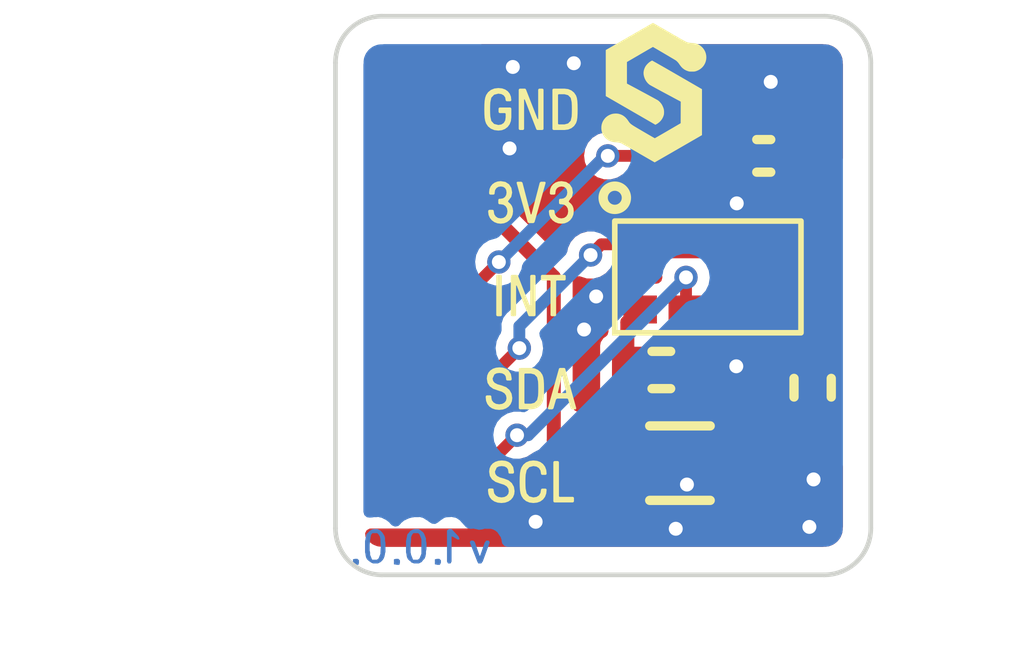
<source format=kicad_pcb>
(kicad_pcb (version 20211014) (generator pcbnew)
  (layers (0 "F.Cu" signal) (31 "B.Cu" signal) (34 "B.Paste" user) (35 "F.Paste" user) (36 "B.SilkS" user "B.Silkscreen") (37 "F.SilkS" user "F.Silkscreen") (38 "B.Mask" user) (39 "F.Mask" user) (44 "Edge.Cuts" user))
  (net 0 "")
  (net 1 "GND")
  (net 2 "3V3_A")
  (net 3 "INT_APDS")
  (net 4 "I2C_SDA")
  (net 5 "Net-(U1-Pad3)")
  (net 6 "I2C_SCL")
  (footprint "e-radionica.com footprinti:0603R" (layer "F.Cu") (at 143.2 93)
    (fp_text reference "R1")
    (fp_text value "10k")
    (fp_line (start -0.15 -0.35) (end 0.15 -0.35) (layer "F.SilkS") (width 0.2))
    (fp_line (start -0.15 0.35) (end 0.15 0.35) (layer "F.SilkS") (width 0.2))
    (pad "1" smd rect locked (at -0.775 0 90) (size 1 0.64) (layers "F.Cu" "F.Paste" "F.Mask") (net 3 "INT_APDS"))
    (pad "2" smd rect locked (at 0.775 0 90) (size 1 0.64) (layers "F.Cu" "F.Paste" "F.Mask") (net 2 "3V3_A"))
  )
  (footprint "Soldered Graphics:Logo-Front-Soldered-3mm" (layer "F.Cu") (at 140.84 91.64)
    (fp_text reference "G***" hide)
    (fp_text value "LOGO" hide)
    (fp_poly (pts (xy -0.034435 -0.685996) (xy -0.025373 -0.681212) (xy -0.011031 -0.67336) (xy 0.008295 -0.662609) (xy 0.032309 -0.649127) (xy 0.060716 -0.633083) (xy 0.093218 -0.614645) (xy 0.129522 -0.593982) (xy 0.169329 -0.571263) (xy 0.212346 -0.546656) (xy 0.258275 -0.520329) (xy 0.30682 -0.492452) (xy 0.357686 -0.463193) (xy 0.410578 -0.432721) (xy 0.465197 -0.401204) (xy 0.500601 -0.380749) (xy 1.033444 -0.072751) (xy 1.033444 0.914461) (xy 0.526055 1.20724) (xy 0.471889 1.238489) (xy 0.419312 1.268811) (xy 0.368624 1.298032) (xy 0.320126 1.325979) (xy 0.274118 1.352479) (xy 0.230903 1.37736) (xy 0.190779 1.400448) (xy 0.154049 1.421571) (xy 0.121013 1.440555) (xy 0.091972 1.457227) (xy 0.067226 1.471415) (xy 0.047077 1.482945) (xy 0.031825 1.491645) (xy 0.021771 1.497342) (xy 0.017216 1.499862) (xy 0.016969 1.499975) (xy 0.01387 1.498306) (xy 0.005259 1.493447) (xy -0.008502 1.485608) (xy -0.027049 1.474998) (xy -0.050019 1.461826) (xy -0.077047 1.446301) (xy -0.107772 1.428631) (xy -0.14183 1.409026) (xy -0.178856 1.387694) (xy -0.218488 1.364845) (xy -0.260363 1.340688) (xy -0.304117 1.31543) (xy -0.333512 1.298453) (xy -0.379085 1.272168) (xy -0.423269 1.246763) (xy -0.465675 1.222457) (xy -0.505914 1.199471) (xy -0.543598 1.178023) (xy -0.578338 1.158334) (xy -0.609746 1.140621) (xy -0.637434 1.125105) (xy -0.661012 1.112005) (xy -0.680093 1.101541) (xy -0.694288 1.093931) (xy -0.703208 1.089395) (xy -0.705668 1.088311) (xy -0.729712 1.080753) (xy -0.756191 1.074666) (xy -0.782298 1.070593) (xy -0.805224 1.069072) (xy -0.80558 1.069072) (xy -0.854243 1.06599) (xy -0.900229 1.056927) (xy -0.943201 1.042084) (xy -0.982821 1.021663) (xy -1.01875 0.995866) (xy -1.050652 0.964894) (xy -1.078187 0.928951) (xy -1.098078 0.894295) (xy -1.112295 0.861475) (xy -1.121895 0.828697) (xy -1.127465 0.793621) (xy -1.129119 0.770417) (xy -1.127852 0.72552) (xy -1.120267 0.682232) (xy -1.106748 0.641063) (xy -1.087676 0.602524) (xy -1.063434 0.567127) (xy -1.034403 0.535383) (xy -1.000965 0.507804) (xy -0.963503 0.484899) (xy -0.922397 0.467182) (xy -0.896712 0.459399) (xy -0.867577 0.453823) (xy -0.835382 0.450934) (xy -0.802729 0.450794) (xy -0.77222 0.453467) (xy -0.757716 0.456065) (xy -0.714895 0.468474) (xy -0.675489 0.486242) (xy -0.639149 0.509623) (xy -0.605527 0.538868) (xy -0.574274 0.574229) (xy -0.552446 0.604512) (xy -0.544311 0.616707) (xy -0.536818 0.627646) (xy -0.529559 0.637622) (xy -0.522126 0.646927) (xy -0.514113 0.655856) (xy -0.505111 0.664703) (xy -0.494713 0.673759) (xy -0.482512 0.683319) (xy -0.468099 0.693677) (xy -0.451068 0.705124) (xy -0.431011 0.717956) (xy -0.40752 0.732465) (xy -0.380188 0.748944) (xy -0.348607 0.767687) (xy -0.312369 0.788988) (xy -0.271068 0.813139) (xy -0.226507 0.839144) (xy -0.189266 0.860851) (xy -0.153696 0.881544) (xy -0.120235 0.900971) (xy -0.08932 0.918879) (xy -0.061389 0.935016) (xy -0.03688 0.949129) (xy -0.016232 0.960966) (xy 0.000119 0.970276) (xy 0.011734 0.976805) (xy 0.018176 0.980301) (xy 0.019362 0.98084) (xy 0.022665 0.979167) (xy 0.03142 0.974308) (xy 0.045216 0.966499) (xy 0.063644 0.955975) (xy 0.086294 0.942973) (xy 0.112757 0.927729) (xy 0.142621 0.910479) (xy 0.175478 0.891459) (xy 0.210917 0.870907) (xy 0.248529 0.849057) (xy 0.287903 0.826146) (xy 0.298819 0.819788) (xy 0.575267 0.658737) (xy 0.576033 0.426944) (xy 0.5768 0.19515) (xy 0.250461 0.020364) (xy 0.206328 -0.00331) (xy 0.163599 -0.026304) (xy 0.122688 -0.048389) (xy 0.08401 -0.069339) (xy 0.04798 -0.088927) (xy 0.015015 -0.106924) (xy -0.014471 -0.123104) (xy -0.040062 -0.13724) (xy -0.061344 -0.149104) (xy -0.0779 -0.158469) (xy -0.089316 -0.165107) (xy -0.095177 -0.168792) (xy -0.095309 -0.168889) (xy -0.127706 -0.197122) (xy -0.156237 -0.230364) (xy -0.180398 -0.267725) (xy -0.199682 -0.308316) (xy -0.213584 -0.351247) (xy -0.220898 -0.389748) (xy -0.22249 -0.428331) (xy -0.217655 -0.467881) (xy -0.206546 -0.507701) (xy -0.189317 -0.547092) (xy -0.184185 -0.55659) (xy -0.16894 -0.579729) (xy -0.149084 -0.603884) (xy -0.12625 -0.627406) (xy -0.102072 -0.648649) (xy -0.078184 -0.665965) (xy -0.07186 -0.669834) (xy -0.059021 -0.677122) (xy -0.047918 -0.683041) (xy -0.040157 -0.686753) (xy -0.037921 -0.687544)) (layer "F.SilkS") (width 0) (fill solid))
    (fp_poly (pts (xy -0.016313 -1.495047) (xy -0.007495 -1.490192) (xy 0.006462 -1.482357) (xy 0.025192 -1.471752) (xy 0.048326 -1.458588) (xy 0.075498 -1.443075) (xy 0.106339 -1.425423) (xy 0.140482 -1.405842) (xy 0.177559 -1.384543) (xy 0.217203 -1.361736) (xy 0.259047 -1.337632) (xy 0.302723 -1.312439) (xy 0.32869 -1.297447) (xy 0.373617 -1.271526) (xy 0.417169 -1.246454) (xy 0.458955 -1.222454) (xy 0.498585 -1.199746) (xy 0.535668 -1.178553) (xy 0.569813 -1.159096) (xy 0.600631 -1.141598) (xy 0.62773 -1.126281) (xy 0.650721 -1.113366) (xy 0.669212 -1.103076) (xy 0.682813 -1.095632) (xy 0.691134 -1.091257) (xy 0.693232 -1.090273) (xy 0.720068 -1.080801) (xy 0.748242 -1.073808) (xy 0.779509 -1.068945) (xy 0.815628 -1.06586) (xy 0.816234 -1.065825) (xy 0.857683 -1.062019) (xy 0.894062 -1.055514) (xy 0.926689 -1.045903) (xy 0.956884 -1.03278) (xy 0.985966 -1.015736) (xy 0.992171 -1.011541) (xy 1.027695 -0.983098) (xy 1.057955 -0.950883) (xy 1.082862 -0.915499) (xy 1.102327 -0.877547) (xy 1.116258 -0.837631) (xy 1.124566 -0.796353) (xy 1.12716 -0.754315) (xy 1.123952 -0.712121) (xy 1.11485 -0.670372) (xy 1.099764 -0.629671) (xy 1.078606 -0.590621) (xy 1.059148 -0.563346) (xy 1.029621 -0.531506) (xy 0.995194 -0.503751) (xy 0.95681 -0.480716) (xy 0.91541 -0.463034) (xy 0.904308 -0.459403) (xy 0.892001 -0.455803) (xy 0.881283 -0.453259) (xy 0.870501 -0.451586) (xy 0.858002 -0.450598) (xy 0.842132 -0.450112) (xy 0.821238 -0.449943) (xy 0.819628 -0.449938) (xy 0.797615 -0.450014) (xy 0.780777 -0.450475) (xy 0.767507 -0.451469) (xy 0.756195 -0.453146) (xy 0.745233 -0.455653) (xy 0.738892 -0.457405) (xy 0.695719 -0.47289) (xy 0.656636 -0.493436) (xy 0.621231 -0.519354) (xy 0.589088 -0.550956) (xy 0.559793 -0.588555) (xy 0.554735 -0.596068) (xy 0.531009 -0.629612) (xy 0.50792 -0.657101) (xy 0.484907 -0.679162) (xy 0.470295 -0.690484) (xy 0.465389 -0.693605) (xy 0.455169 -0.699829) (xy 0.440181 -0.708836) (xy 0.420971 -0.720305) (xy 0.398085 -0.733912) (xy 0.372069 -0.749339) (xy 0.343469 -0.766262) (xy 0.312831 -0.784361) (xy 0.2807 -0.803315) (xy 0.247624 -0.822801) (xy 0.214148 -0.8425) (xy 0.180818 -0.862088) (xy 0.14818 -0.881245) (xy 0.11678 -0.89965) (xy 0.087165 -0.916981) (xy 0.059879 -0.932917) (xy 0.03547 -0.947136) (xy 0.014484 -0.959317) (xy -0.002535 -0.969139) (xy -0.015039 -0.97628) (xy -0.02044 -0.979306) (xy -0.023562 -0.977776) (xy -0.032137 -0.973054) (xy -0.045762 -0.965375) (xy -0.064028 -0.954973) (xy -0.086532 -0.942081) (xy -0.112865 -0.926933) (xy -0.142623 -0.909763) (xy -0.175399 -0.890803) (xy -0.210788 -0.870289) (xy -0.248383 -0.848454) (xy -0.287778 -0.825531) (xy -0.300438 -0.818155) (xy -0.578662 -0.656026) (xy -0.578662 -0.193189) (xy -0.25624 -0.020102) (xy -0.212413 0.003447) (xy -0.169997 0.026277) (xy -0.129411 0.048162) (xy -0.091069 0.068875) (xy -0.055389 0.088191) (xy -0.022787 0.105883) (xy 0.006322 0.121725) (xy 0.031521 0.135491) (xy 0.052393 0.146954) (xy 0.068523 0.155889) (xy 0.079494 0.16207) (xy 0.084847 0.165241) (xy 0.102494 0.178691) (xy 0.121598 0.196401) (xy 0.140468 0.216616) (xy 0.157412 0.237583) (xy 0.164943 0.248265) (xy 0.179904 0.273694) (xy 0.193934 0.302918) (xy 0.205704 0.332953) (xy 0.212366 0.354664) (xy 0.216032 0.374338) (xy 0.21817 0.398081) (xy 0.218778 0.423651) (xy 0.217855 0.448807) (xy 0.215398 0.471307) (xy 0.212482 0.485329) (xy 0.197494 0.52732) (xy 0.176539 0.566763) (xy 0.150181 0.602953) (xy 0.118986 0.635187) (xy 0.083518 0.66276) (xy 0.057696 0.678249) (xy 0.032242 0.691858) (xy -0.500602 0.384109) (xy -1.033445 0.07636) (xy -1.033445 -0.913775) (xy -0.528192 -1.205244) (xy -0.474116 -1.236428) (xy -0.421613 -1.266684) (xy -0.370984 -1.295838) (xy -0.322533 -1.323718) (xy -0.276562 -1.350149) (xy -0.233374 -1.374958) (xy -0.193271 -1.397971) (xy -0.156556 -1.419016) (xy -0.123533 -1.437918) (xy -0.094503 -1.454505) (xy -0.069769 -1.468602) (xy -0.049635 -1.480036) (xy -0.034402 -1.488634) (xy -0.024373 -1.494223) (xy -0.019851 -1.496628) (xy -0.019624 -1.496713)) (layer "F.SilkS") (width 0) (fill solid))
  )
  (footprint "kibuzzard-6322F457" (layer "F.Cu") (at 138.2 96)
    (fp_text reference "kibuzzard-6322F457" hide)
    (fp_text value "G***" hide)
    (fp_poly (pts (xy 0.445135 0.4445) (xy 0.427355 0.43688) (xy 0.419735 0.4191) (xy 0.419735 -0.31115) (xy 0.407035 -0.32385) (xy 0.238125 -0.32385) (xy 0.220345 -0.33147) (xy 0.212725 -0.34925) (xy 0.212725 -0.4191) (xy 0.220345 -0.43688) (xy 0.238125 -0.4445) (xy 0.720725 -0.4445) (xy 0.738505 -0.43688) (xy 0.746125 -0.4191) (xy 0.746125 -0.34925) (xy 0.738505 -0.33147) (xy 0.720725 -0.32385) (xy 0.553085 -0.32385) (xy 0.540385 -0.31115) (xy 0.540385 0.4191) (xy 0.532765 0.43688) (xy 0.514985 0.4445) (xy 0.445135 0.4445)) (layer "F.SilkS") (width 0) (fill solid))
    (fp_poly (pts (xy -0.720725 0.4445) (xy -0.738505 0.43688) (xy -0.746125 0.4191) (xy -0.746125 -0.4191) (xy -0.738505 -0.43688) (xy -0.720725 -0.4445) (xy -0.650875 -0.4445) (xy -0.633095 -0.43688) (xy -0.625475 -0.4191) (xy -0.625475 0.4191) (xy -0.633095 0.43688) (xy -0.650875 0.4445) (xy -0.720725 0.4445)) (layer "F.SilkS") (width 0) (fill solid))
    (fp_poly (pts (xy -0.033655 0.19939) (xy -0.023495 0.21209) (xy -0.017145 0.2032) (xy -0.017145 -0.4191) (xy -0.009525 -0.43688) (xy 0.008255 -0.4445) (xy 0.073025 -0.4445) (xy 0.090805 -0.43688) (xy 0.098425 -0.4191) (xy 0.098425 0.4191) (xy 0.090805 0.43688) (xy 0.073025 0.4445) (xy -0.032385 0.4445) (xy -0.04826 0.440055) (xy -0.059055 0.42291) (xy -0.302895 -0.20447) (xy -0.313055 -0.21717) (xy -0.319405 -0.20828) (xy -0.319405 0.4191) (xy -0.327025 0.43688) (xy -0.344805 0.4445) (xy -0.409575 0.4445) (xy -0.427355 0.43688) (xy -0.434975 0.4191) (xy -0.434975 -0.4191) (xy -0.427355 -0.43688) (xy -0.409575 -0.4445) (xy -0.304165 -0.4445) (xy -0.28829 -0.440055) (xy -0.277495 -0.42291) (xy -0.033655 0.19939)) (layer "F.SilkS") (width 0) (fill solid))
  )
  (footprint "e-radionica.com footprinti:0603C" (layer "F.Cu") (at 141 97.6 180)
    (fp_text reference "C2")
    (fp_text value "100n")
    (fp_line (start -0.2 0.4) (end 0.2 0.4) (layer "F.SilkS") (width 0.2))
    (fp_line (start -0.2 -0.4) (end 0.2 -0.4) (layer "F.SilkS") (width 0.2))
    (pad "1" smd rect locked (at -0.73 0 180) (size 0.66 1) (layers "F.Cu" "F.Paste" "F.Mask") (net 1 "GND"))
    (pad "2" smd rect locked (at 0.73 0 180) (size 0.66 1) (layers "F.Cu" "F.Paste" "F.Mask") (net 2 "3V3_A"))
  )
  (footprint "e-radionica.com footprinti:PAD_2x1.5" (layer "F.Cu") (at 135.8 94)
    (fp_text reference "PAD4")
    (fp_text value "PAD_2x1.5")
    (pad "1" smd rect (at 0 0) (size 2 1.5) (layers "F.Cu" "F.Paste" "F.Mask") (net 2 "3V3_A"))
  )
  (footprint "kibuzzard-6322F444" (layer "F.Cu") (at 138.2 92)
    (fp_text reference "kibuzzard-6322F444" hide)
    (fp_text value "G***" hide)
    (fp_poly (pts (xy 0.137795 0.19939) (xy 0.147955 0.21209) (xy 0.154305 0.2032) (xy 0.154305 -0.4191) (xy 0.161925 -0.43688) (xy 0.179705 -0.4445) (xy 0.244475 -0.4445) (xy 0.262255 -0.43688) (xy 0.269875 -0.4191) (xy 0.269875 0.4191) (xy 0.262255 0.43688) (xy 0.244475 0.4445) (xy 0.139065 0.4445) (xy 0.12319 0.440055) (xy 0.112395 0.42291) (xy -0.131445 -0.20447) (xy -0.141605 -0.21717) (xy -0.147955 -0.20828) (xy -0.147955 0.4191) (xy -0.155575 0.43688) (xy -0.173355 0.4445) (xy -0.238125 0.4445) (xy -0.255905 0.43688) (xy -0.263525 0.4191) (xy -0.263525 -0.4191) (xy -0.255905 -0.43688) (xy -0.238125 -0.4445) (xy -0.132715 -0.4445) (xy -0.11684 -0.440055) (xy -0.106045 -0.42291) (xy 0.137795 0.19939)) (layer "F.SilkS") (width 0) (fill solid))
    (fp_poly (pts (xy 0.485775 0.4445) (xy 0.467995 0.43688) (xy 0.460375 0.4191) (xy 0.460375 -0.4191) (xy 0.467995 -0.43688) (xy 0.485775 -0.4445) (xy 0.720725 -0.4445) (xy 0.799783 -0.434658) (xy 0.869315 -0.40513) (xy 0.926148 -0.358775) (xy 0.967105 -0.29845) (xy 0.985837 -0.245428) (xy 0.996315 -0.18034) (xy 1.001078 -0.099695) (xy 1.002665 0) (xy 1.001078 0.099695) (xy 0.996315 0.18034) (xy 0.985837 0.245428) (xy 0.967105 0.29845) (xy 0.926148 0.358775) (xy 0.869315 0.40513) (xy 0.799783 0.434658) (xy 0.720725 0.4445) (xy 0.720725 0.32385) (xy 0.796925 0.30353) (xy 0.852805 0.24638) (xy 0.87376 0.154305) (xy 0.877094 0.084931) (xy 0.878205 0) (xy 0.877094 -0.084931) (xy 0.87376 -0.154305) (xy 0.852805 -0.24638) (xy 0.796925 -0.30353) (xy 0.720725 -0.32385) (xy 0.593725 -0.32385) (xy 0.581025 -0.31115) (xy 0.581025 0.31115) (xy 0.593725 0.32385) (xy 0.720725 0.32385) (xy 0.720725 0.4445) (xy 0.485775 0.4445)) (layer "F.SilkS") (width 0) (fill solid))
    (fp_poly (pts (xy -0.963295 0.30734) (xy -0.984091 0.249714) (xy -0.99568 0.183515) (xy -1.000919 0.102394) (xy -1.002665 0) (xy -1.000919 -0.102394) (xy -0.99568 -0.183515) (xy -0.984091 -0.249714) (xy -0.963295 -0.30734) (xy -0.921544 -0.368141) (xy -0.86233 -0.415925) (xy -0.788194 -0.446881) (xy -0.701675 -0.4572) (xy -0.622018 -0.449439) (xy -0.554073 -0.426156) (xy -0.49784 -0.38735) (xy -0.455859 -0.334998) (xy -0.430671 -0.271074) (xy -0.422275 -0.19558) (xy -0.429895 -0.179705) (xy -0.447675 -0.17272) (xy -0.518795 -0.17272) (xy -0.536575 -0.18034) (xy -0.544195 -0.19812) (xy -0.554831 -0.255905) (xy -0.58674 -0.29972) (xy -0.636746 -0.327342) (xy -0.701675 -0.33655) (xy -0.791845 -0.31369) (xy -0.851535 -0.25019) (xy -0.873125 -0.1524) (xy -0.876935 -0.08255) (xy -0.878205 0) (xy -0.876935 0.08255) (xy -0.873125 0.1524) (xy -0.851535 0.25019) (xy -0.791845 0.31369) (xy -0.700405 0.33655) (xy -0.635635 0.325755) (xy -0.586105 0.29337) (xy -0.554673 0.2413) (xy -0.544195 0.17145) (xy -0.544195 0.09398) (xy -0.556895 0.08128) (xy -0.671195 0.08128) (xy -0.688975 0.07366) (xy -0.696595 0.05588) (xy -0.696595 -0.01397) (xy -0.688975 -0.03175) (xy -0.671195 -0.03937) (xy -0.447675 -0.03937) (xy -0.429895 -0.03175) (xy -0.422275 -0.01397) (xy -0.422275 0.17145) (xy -0.431324 0.252412) (xy -0.45847 0.32258) (xy -0.501491 0.379889) (xy -0.558165 0.422275) (xy -0.625475 0.448469) (xy -0.700405 0.4572) (xy -0.787876 0.446881) (xy -0.86233 0.415925) (xy -0.921544 0.368141) (xy -0.963295 0.30734)) (layer "F.SilkS") (width 0) (fill solid))
  )
  (footprint "e-radionica.com footprinti:PAD_2x1.5" (layer "F.Cu") (at 135.8 96)
    (fp_text reference "PAD3")
    (fp_text value "PAD_2x1.5")
    (pad "1" smd rect (at 0 0) (size 2 1.5) (layers "F.Cu" "F.Paste" "F.Mask") (net 3 "INT_APDS"))
  )
  (footprint "e-radionica.com footprinti:0603C" (layer "F.Cu") (at 144.25 97.98 90)
    (fp_text reference "C1")
    (fp_text value "1u")
    (fp_line (start -0.2 0.4) (end 0.2 0.4) (layer "F.SilkS") (width 0.2))
    (fp_line (start -0.2 -0.4) (end 0.2 -0.4) (layer "F.SilkS") (width 0.2))
    (pad "1" smd rect locked (at -0.73 0 90) (size 0.66 1) (layers "F.Cu" "F.Paste" "F.Mask") (net 1 "GND"))
    (pad "2" smd rect locked (at 0.73 0 90) (size 0.66 1) (layers "F.Cu" "F.Paste" "F.Mask") (net 2 "3V3_A"))
  )
  (footprint "kibuzzard-6322F4CC" (layer "F.Cu") (at 138.2 98)
    (fp_text reference "kibuzzard-6322F4CC" hide)
    (fp_text value "G***" hide)
    (fp_poly (pts (xy 0.38481 0.4445) (xy 0.36957 0.438785) (xy 0.36322 0.42672) (xy 0.36703 0.40513) (xy 0.59944 -0.42545) (xy 0.607695 -0.43942) (xy 0.62357 -0.4445) (xy 0.71247 -0.4445) (xy 0.728345 -0.43942) (xy 0.7366 -0.42545) (xy 0.96901 0.40513) (xy 0.97282 0.42672) (xy 0.96647 0.438785) (xy 0.95123 0.4445) (xy 0.87757 0.4445) (xy 0.85344 0.42545) (xy 0.79756 0.23114) (xy 0.789305 0.217805) (xy 0.77343 0.21336) (xy 0.74676 0.21336) (xy 0.74676 0.09525) (xy 0.75692 0.08128) (xy 0.67437 -0.27305) (xy 0.66929 -0.28067) (xy 0.66675 -0.28067) (xy 0.66167 -0.27305) (xy 0.57912 0.08128) (xy 0.57785 0.08636) (xy 0.58928 0.09525) (xy 0.74676 0.09525) (xy 0.74676 0.21336) (xy 0.56261 0.21336) (xy 0.53848 0.23114) (xy 0.4826 0.42545) (xy 0.45847 0.4445) (xy 0.38481 0.4445)) (layer "F.SilkS") (width 0) (fill solid))
    (fp_poly (pts (xy -0.97282 0.1905) (xy -0.97282 0.17018) (xy -0.9652 0.1524) (xy -0.94742 0.14478) (xy -0.8763 0.14478) (xy -0.85852 0.1524) (xy -0.8509 0.17018) (xy -0.8509 0.1905) (xy -0.839311 0.249237) (xy -0.804545 0.29591) (xy -0.751046 0.32639) (xy -0.68326 0.33655) (xy -0.619919 0.327501) (xy -0.569595 0.300355) (xy -0.536734 0.258604) (xy -0.52578 0.20574) (xy -0.536575 0.146526) (xy -0.56896 0.100965) (xy -0.625793 0.066199) (xy -0.70993 0.03937) (xy -0.812006 0.003493) (xy -0.887095 -0.0508) (xy -0.933291 -0.123825) (xy -0.94869 -0.2159) (xy -0.939959 -0.284798) (xy -0.913765 -0.34417) (xy -0.872173 -0.39243) (xy -0.817245 -0.42799) (xy -0.751364 -0.449897) (xy -0.67691 -0.4572) (xy -0.601345 -0.450003) (xy -0.53721 -0.428413) (xy -0.484505 -0.39243) (xy -0.431641 -0.315913) (xy -0.41402 -0.2159) (xy -0.41402 -0.19939) (xy -0.42164 -0.18161) (xy -0.43942 -0.17399) (xy -0.50927 -0.17399) (xy -0.52705 -0.18161) (xy -0.53467 -0.19939) (xy -0.53467 -0.2159) (xy -0.544354 -0.2667) (xy -0.573405 -0.3048) (xy -0.619284 -0.328613) (xy -0.67945 -0.33655) (xy -0.739616 -0.328613) (xy -0.785495 -0.3048) (xy -0.82423 -0.21844) (xy -0.812959 -0.1651) (xy -0.779145 -0.12446) (xy -0.717709 -0.09271) (xy -0.62357 -0.06604) (xy -0.531495 -0.030797) (xy -0.46101 0.02921) (xy -0.416243 0.108268) (xy -0.40132 0.20066) (xy -0.41021 0.271463) (xy -0.43688 0.33401) (xy -0.479742 0.385921) (xy -0.53721 0.424815) (xy -0.606425 0.449104) (xy -0.68453 0.4572) (xy -0.765651 0.448945) (xy -0.836295 0.42418) (xy -0.894239 0.384334) (xy -0.93726 0.330835) (xy -0.96393 0.265589) (xy -0.97282 0.1905)) (layer "F.SilkS") (width 0) (fill solid))
    (fp_poly (pts (xy -0.23622 0.4445) (xy -0.254 0.43688) (xy -0.26162 0.4191) (xy -0.26162 -0.4191) (xy -0.254 -0.43688) (xy -0.23622 -0.4445) (xy -0.00127 -0.4445) (xy 0.077787 -0.434658) (xy 0.14732 -0.40513) (xy 0.204153 -0.358775) (xy 0.24511 -0.29845) (xy 0.263843 -0.245428) (xy 0.27432 -0.18034) (xy 0.279082 -0.099695) (xy 0.28067 0) (xy 0.279082 0.099695) (xy 0.27432 0.18034) (xy 0.263843 0.245428) (xy 0.24511 0.29845) (xy 0.204153 0.358775) (xy 0.14732 0.40513) (xy 0.077787 0.434658) (xy -0.00127 0.4445) (xy -0.00127 0.32385) (xy 0.07493 0.30353) (xy 0.13081 0.24638) (xy 0.151765 0.154305) (xy 0.155099 0.084931) (xy 0.15621 0) (xy 0.155099 -0.084931) (xy 0.151765 -0.154305) (xy 0.13081 -0.24638) (xy 0.07493 -0.30353) (xy -0.00127 -0.32385) (xy -0.12827 -0.32385) (xy -0.14097 -0.31115) (xy -0.14097 0.31115) (xy -0.12827 0.32385) (xy -0.00127 0.32385) (xy -0.00127 0.4445) (xy -0.23622 0.4445)) (layer "F.SilkS") (width 0) (fill solid))
  )
  (footprint "kibuzzard-6322F44C" (layer "F.Cu") (at 138.2 94)
    (fp_text reference "kibuzzard-6322F44C" hide)
    (fp_text value "G***" hide)
    (fp_poly (pts (xy -0.04699 0.4445) (xy -0.07112 0.42545) (xy -0.3048 -0.40513) (xy -0.30861 -0.42672) (xy -0.30226 -0.438785) (xy -0.28702 -0.4445) (xy -0.20701 -0.4445) (xy -0.18288 -0.42545) (xy -0.00635 0.25146) (xy 0.00127 0.25908) (xy 0.00381 0.25908) (xy 0.01143 0.25146) (xy 0.18796 -0.42545) (xy 0.21209 -0.4445) (xy 0.29337 -0.4445) (xy 0.30861 -0.438785) (xy 0.31496 -0.42672) (xy 0.31115 -0.40513) (xy 0.0762 0.42545) (xy 0.05207 0.4445) (xy -0.04699 0.4445)) (layer "F.SilkS") (width 0) (fill solid))
    (fp_poly (pts (xy 0.38481 0.20574) (xy 0.38481 0.18415) (xy 0.39243 0.16637) (xy 0.41021 0.15875) (xy 0.48006 0.15875) (xy 0.49784 0.16637) (xy 0.50546 0.18415) (xy 0.50546 0.19304) (xy 0.515779 0.253047) (xy 0.546735 0.30099) (xy 0.593884 0.332422) (xy 0.65278 0.3429) (xy 0.712311 0.332264) (xy 0.758825 0.300355) (xy 0.788829 0.251301) (xy 0.79883 0.18923) (xy 0.788829 0.128429) (xy 0.758825 0.080645) (xy 0.712311 0.049689) (xy 0.65278 0.03937) (xy 0.62738 0.03937) (xy 0.6096 0.03175) (xy 0.60198 0.01397) (xy 0.60198 -0.05334) (xy 0.6096 -0.07112) (xy 0.62738 -0.07874) (xy 0.65278 -0.07874) (xy 0.70358 -0.088106) (xy 0.74422 -0.116205) (xy 0.77089 -0.158909) (xy 0.77978 -0.21209) (xy 0.771525 -0.266541) (xy 0.74676 -0.307975) (xy 0.70739 -0.334169) (xy 0.65532 -0.3429) (xy 0.602456 -0.333851) (xy 0.560705 -0.306705) (xy 0.533559 -0.264954) (xy 0.52451 -0.21209) (xy 0.52451 -0.19304) (xy 0.51689 -0.17526) (xy 0.49911 -0.16764) (xy 0.43053 -0.16764) (xy 0.41275 -0.17526) (xy 0.40513 -0.19304) (xy 0.40513 -0.22479) (xy 0.413226 -0.287655) (xy 0.437515 -0.34417) (xy 0.476091 -0.391636) (xy 0.52705 -0.427355) (xy 0.587693 -0.449739) (xy 0.65532 -0.4572) (xy 0.755015 -0.440372) (xy 0.83312 -0.38989) (xy 0.883603 -0.311785) (xy 0.90043 -0.21209) (xy 0.882015 -0.12065) (xy 0.82042 -0.0381) (xy 0.81026 -0.02159) (xy 0.81915 -0.00762) (xy 0.864235 0.031909) (xy 0.89535 0.076835) (xy 0.913447 0.128746) (xy 0.91948 0.18923) (xy 0.910749 0.260826) (xy 0.884555 0.325755) (xy 0.843121 0.380683) (xy 0.78867 0.422275) (xy 0.724218 0.448469) (xy 0.65278 0.4572) (xy 0.582136 0.448786) (xy 0.517525 0.423545) (xy 0.462439 0.383857) (xy 0.42037 0.332105) (xy 0.3937 0.271621) (xy 0.38481 0.20574)) (layer "F.SilkS") (width 0) (fill solid))
    (fp_poly (pts (xy -0.91948 0.20574) (xy -0.91948 0.18415) (xy -0.91186 0.16637) (xy -0.89408 0.15875) (xy -0.82423 0.15875) (xy -0.80645 0.16637) (xy -0.79883 0.18415) (xy -0.79883 0.19304) (xy -0.788511 0.253047) (xy -0.757555 0.30099) (xy -0.710406 0.332422) (xy -0.65151 0.3429) (xy -0.591979 0.332264) (xy -0.545465 0.300355) (xy -0.515461 0.251301) (xy -0.50546 0.18923) (xy -0.515461 0.128429) (xy -0.545465 0.080645) (xy -0.591979 0.049689) (xy -0.65151 0.03937) (xy -0.67691 0.03937) (xy -0.69469 0.03175) (xy -0.70231 0.01397) (xy -0.70231 -0.05334) (xy -0.69469 -0.07112) (xy -0.67691 -0.07874) (xy -0.65151 -0.07874) (xy -0.60071 -0.088106) (xy -0.56007 -0.116205) (xy -0.5334 -0.158909) (xy -0.52451 -0.21209) (xy -0.532765 -0.266541) (xy -0.55753 -0.307975) (xy -0.5969 -0.334169) (xy -0.64897 -0.3429) (xy -0.701834 -0.333851) (xy -0.743585 -0.306705) (xy -0.770731 -0.264954) (xy -0.77978 -0.21209) (xy -0.77978 -0.19304) (xy -0.7874 -0.17526) (xy -0.80518 -0.16764) (xy -0.87376 -0.16764) (xy -0.89154 -0.17526) (xy -0.89916 -0.19304) (xy -0.89916 -0.22479) (xy -0.891064 -0.287655) (xy -0.866775 -0.34417) (xy -0.828199 -0.391636) (xy -0.77724 -0.427355) (xy -0.716598 -0.449739) (xy -0.64897 -0.4572) (xy -0.549275 -0.440372) (xy -0.47117 -0.38989) (xy -0.420688 -0.311785) (xy -0.40386 -0.21209) (xy -0.422275 -0.12065) (xy -0.48387 -0.0381) (xy -0.49403 -0.02159) (xy -0.48514 -0.00762) (xy -0.440055 0.031909) (xy -0.40894 0.076835) (xy -0.390843 0.128746) (xy -0.38481 0.18923) (xy -0.393541 0.260826) (xy -0.419735 0.325755) (xy -0.461169 0.380683) (xy -0.51562 0.422275) (xy -0.580073 0.448469) (xy -0.65151 0.4572) (xy -0.722154 0.448786) (xy -0.786765 0.423545) (xy -0.841851 0.383857) (xy -0.88392 0.332105) (xy -0.91059 0.271621) (xy -0.91948 0.20574)) (layer "F.SilkS") (width 0) (fill solid))
  )
  (footprint "kibuzzard-6322F4B4" (layer "F.Cu") (at 138.2 100)
    (fp_text reference "kibuzzard-6322F4B4" hide)
    (fp_text value "G***" hide)
    (fp_poly (pts (xy 0.50546 0.4445) (xy 0.48768 0.43688) (xy 0.48006 0.4191) (xy 0.48006 -0.4191) (xy 0.48768 -0.43688) (xy 0.50546 -0.4445) (xy 0.57531 -0.4445) (xy 0.59309 -0.43688) (xy 0.60071 -0.4191) (xy 0.60071 0.31115) (xy 0.61341 0.32385) (xy 0.89789 0.32385) (xy 0.91567 0.33147) (xy 0.92329 0.34925) (xy 0.92329 0.4191) (xy 0.91567 0.43688) (xy 0.89789 0.4445) (xy 0.50546 0.4445)) (layer "F.SilkS") (width 0) (fill solid))
    (fp_poly (pts (xy -0.20447 0.30734) (xy -0.225266 0.249714) (xy -0.236855 0.183515) (xy -0.242094 0.102394) (xy -0.24384 0) (xy -0.242094 -0.102394) (xy -0.236855 -0.183515) (xy -0.225266 -0.249714) (xy -0.20447 -0.30734) (xy -0.164148 -0.368141) (xy -0.10668 -0.415925) (xy -0.03429 -0.446881) (xy 0.0508 -0.4572) (xy 0.13208 -0.448733) (xy 0.201507 -0.423333) (xy 0.25908 -0.381) (xy 0.302119 -0.323709) (xy 0.327942 -0.253436) (xy 0.33655 -0.17018) (xy 0.32893 -0.154305) (xy 0.31115 -0.14732) (xy 0.24003 -0.14732) (xy 0.22225 -0.15494) (xy 0.21463 -0.17272) (xy 0.203676 -0.241618) (xy 0.170815 -0.29337) (xy 0.118904 -0.325755) (xy 0.0508 -0.33655) (xy -0.036195 -0.31369) (xy -0.09271 -0.25019) (xy -0.1143 -0.1524) (xy -0.11811 -0.08255) (xy -0.11938 0) (xy -0.11811 0.08255) (xy -0.1143 0.1524) (xy -0.09271 0.25019) (xy -0.036195 0.31369) (xy 0.0508 0.33655) (xy 0.118904 0.325755) (xy 0.170815 0.29337) (xy 0.203676 0.241617) (xy 0.21463 0.17272) (xy 0.22225 0.15494) (xy 0.24003 0.14732) (xy 0.31115 0.14732) (xy 0.32893 0.154305) (xy 0.33655 0.17018) (xy 0.327942 0.253436) (xy 0.302119 0.323709) (xy 0.25908 0.381) (xy 0.201507 0.423333) (xy 0.13208 0.448733) (xy 0.0508 0.4572) (xy -0.03429 0.446881) (xy -0.10668 0.415925) (xy -0.164148 0.368141) (xy -0.20447 0.30734)) (layer "F.SilkS") (width 0) (fill solid))
    (fp_poly (pts (xy -0.92329 0.1905) (xy -0.92329 0.17018) (xy -0.91567 0.1524) (xy -0.89789 0.14478) (xy -0.82677 0.14478) (xy -0.80899 0.1524) (xy -0.80137 0.17018) (xy -0.80137 0.1905) (xy -0.789781 0.249237) (xy -0.755015 0.29591) (xy -0.701516 0.32639) (xy -0.63373 0.33655) (xy -0.570389 0.327501) (xy -0.520065 0.300355) (xy -0.487204 0.258604) (xy -0.47625 0.20574) (xy -0.487045 0.146526) (xy -0.51943 0.100965) (xy -0.576263 0.066199) (xy -0.6604 0.03937) (xy -0.762476 0.003493) (xy -0.837565 -0.0508) (xy -0.883761 -0.123825) (xy -0.89916 -0.2159) (xy -0.890429 -0.284798) (xy -0.864235 -0.34417) (xy -0.822643 -0.39243) (xy -0.767715 -0.42799) (xy -0.701834 -0.449897) (xy -0.62738 -0.4572) (xy -0.551815 -0.450003) (xy -0.48768 -0.428413) (xy -0.434975 -0.39243) (xy -0.382111 -0.315913) (xy -0.36449 -0.2159) (xy -0.36449 -0.19939) (xy -0.37211 -0.18161) (xy -0.38989 -0.17399) (xy -0.45974 -0.17399) (xy -0.47752 -0.18161) (xy -0.48514 -0.19939) (xy -0.48514 -0.2159) (xy -0.494824 -0.2667) (xy -0.523875 -0.3048) (xy -0.569754 -0.328613) (xy -0.62992 -0.33655) (xy -0.690086 -0.328613) (xy -0.735965 -0.3048) (xy -0.7747 -0.21844) (xy -0.763429 -0.1651) (xy -0.729615 -0.12446) (xy -0.668179 -0.09271) (xy -0.57404 -0.06604) (xy -0.481965 -0.030797) (xy -0.41148 0.02921) (xy -0.366713 0.108268) (xy -0.35179 0.20066) (xy -0.36068 0.271463) (xy -0.38735 0.33401) (xy -0.430212 0.385921) (xy -0.48768 0.424815) (xy -0.556895 0.449104) (xy -0.635 0.4572) (xy -0.716121 0.448945) (xy -0.786765 0.42418) (xy -0.844709 0.384334) (xy -0.88773 0.330835) (xy -0.9144 0.265589) (xy -0.92329 0.1905)) (layer "F.SilkS") (width 0) (fill solid))
  )
  (footprint "e-radionica.com footprinti:PAD_2x1.5" (layer "F.Cu") (at 135.8 92)
    (fp_text reference "PAD5")
    (fp_text value "PAD_2x1.5")
    (pad "1" smd rect (at 0 0) (size 2 1.5) (layers "F.Cu" "F.Paste" "F.Mask") (net 1 "GND"))
  )
  (footprint "e-radionica.com footprinti:PAD_2x1.5" (layer "F.Cu") (at 135.8 98)
    (fp_text reference "PAD1")
    (fp_text value "PAD_2x1.5")
    (pad "1" smd rect (at 0 0) (size 2 1.5) (layers "F.Cu" "F.Paste" "F.Mask") (net 4 "I2C_SDA"))
  )
  (footprint "e-radionica.com footprinti:APDS-9960" (layer "F.Cu") (at 142 95.6 90)
    (fp_text reference "U1")
    (fp_text value "APDS-9960")
    (fp_rect (start -1.2 -2) (end 1.2 2) (layer "F.SilkS") (width 0.12) (fill none))
    (fp_circle (center 1.7 -2) (end 1.95 -2) (layer "F.SilkS") (width 0.2) (fill none))
    (pad "1" smd rect (at 0.7 -1.455 90) (size 0.6 0.72) (layers "F.Cu" "F.Paste" "F.Mask") (net 4 "I2C_SDA"))
    (pad "2" smd rect (at 0.7 -0.485 90) (size 0.6 0.72) (layers "F.Cu" "F.Paste" "F.Mask") (net 3 "INT_APDS"))
    (pad "3" smd rect (at 0.7 0.485 90) (size 0.6 0.72) (layers "F.Cu" "F.Paste" "F.Mask") (net 5 "Net-(U1-Pad3)"))
    (pad "4" smd rect (at 0.7 1.455 90) (size 0.6 0.72) (layers "F.Cu" "F.Paste" "F.Mask") (net 5 "Net-(U1-Pad3)"))
    (pad "5" smd rect (at -0.7 1.455 90) (size 0.6 0.72) (layers "F.Cu" "F.Paste" "F.Mask") (net 2 "3V3_A"))
    (pad "6" smd rect (at -0.7 0.485 90) (size 0.6 0.72) (layers "F.Cu" "F.Paste" "F.Mask") (net 1 "GND"))
    (pad "7" smd rect (at -0.7 -0.485 90) (size 0.6 0.72) (layers "F.Cu" "F.Paste" "F.Mask") (net 6 "I2C_SCL"))
    (pad "8" smd rect (at -0.7 -1.455 90) (size 0.6 0.72) (layers "F.Cu" "F.Paste" "F.Mask") (net 2 "3V3_A"))
  )
  (footprint "e-radionica.com footprinti:PAD_2x1.5" (layer "F.Cu") (at 135.8 100)
    (fp_text reference "PAD2")
    (fp_text value "PAD_2x1.5")
    (pad "1" smd rect (at 0 0) (size 2 1.5) (layers "F.Cu" "F.Paste" "F.Mask") (net 6 "I2C_SCL"))
  )
  (footprint "e-radionica.com footprinti:1206C" (layer "F.Cu") (at 141.4 99.6 180)
    (fp_text reference "C3")
    (fp_text value "10u")
    (fp_line (start -0.65 0.8) (end 0.65 0.8) (layer "F.SilkS") (width 0.2))
    (fp_line (start -0.65 -0.8) (end 0.65 -0.8) (layer "F.SilkS") (width 0.2))
    (pad "1" smd rect locked (at -1.525 0 270) (size 1.75 1) (layers "F.Cu" "F.Paste" "F.Mask") (net 1 "GND"))
    (pad "2" smd rect locked (at 1.525 0 270) (size 1.75 1) (layers "F.Cu" "F.Paste" "F.Mask") (net 2 "3V3_A"))
  )
  (footprint "Soldered Graphics:Version1.0.0." (layer "B.Cu") (at 135.8 101.4 180)
    (fp_text reference "Ref**" hide)
    (fp_text value "Val**" hide)
    (fp_poly (pts (xy 1.31 -0.38) (xy 1.36 -0.38) (xy 1.41 -0.37) (xy 1.42 -0.33) (xy 1.42 -0.27) (xy 1.38 -0.26) (xy 1.33 -0.26) (xy 1.3 -0.29) (xy 1.3 -0.34) (xy 1.31 -0.38)) (layer "B.Cu") (width 0.01) (fill solid))
    (fp_poly (pts (xy -0.67 -0.35) (xy -0.62 -0.35) (xy -0.6 -0.31) (xy -0.6 0.35) (xy -0.64 0.38) (xy -0.69 0.38) (xy -0.73 0.34) (xy -0.84 0.22) (xy -0.86 0.17) (xy -0.83 0.16) (xy -0.73 0.22) (xy -0.69 0.23) (xy -0.69 -0.31) (xy -0.67 -0.35)) (layer "B.Cu") (width 0.01) (fill solid))
    (fp_poly (pts (xy -0.44 -0.38) (xy -0.39 -0.38) (xy -0.34 -0.37) (xy -0.34 -0.33) (xy -0.34 -0.27) (xy -0.38 -0.26) (xy -0.43 -0.26) (xy -0.46 -0.29) (xy -0.46 -0.34) (xy -0.44 -0.38)) (layer "B.Cu") (width 0.01) (fill solid))
    (fp_poly (pts (xy 0.06 -0.35) (xy 0.11 -0.35) (xy 0.17 -0.33) (xy 0.13 -0.28) (xy 0.03 -0.28) (xy -0.01 -0.25) (xy -0.03 -0.2) (xy -0.05 -0.15) (xy -0.05 -0.11) (xy -0.05 0.01) (xy -0.05 0.13) (xy -0.05 0.17) (xy -0.03 0.22) (xy -0.01 0.27) (xy 0.02 0.3) (xy 0.13 0.3) (xy 0.16 0.26) (xy 0.18 0.21) (xy 0.18 0.15) (xy 0.19 0.05) (xy 0.19 -0.08) (xy 0.19 -0.12) (xy 0.18 -0.17) (xy 0.16 -0.22) (xy 0.14 -0.27) (xy 0.14 -0.28) (xy 0.17 -0.32) (xy 0.21 -0.29) (xy 0.24 -0.26) (xy 0.26 -0.22) (xy 0.27 -0.16) (xy 0.28 -0.11) (xy 0.28 -0.06) (xy 0.28 0.06) (xy 0.28 0.12) (xy 0.27 0.17) (xy 0.26 0.22) (xy 0.25 0.27) (xy 0.22 0.3) (xy 0.19 0.34) (xy 0.13 0.37) (xy 0.08 0.38) (xy 0.02 0.38) (xy -0.03 0.35) (xy -0.08 0.31) (xy -0.1 0.28) (xy -0.12 0.23) (xy -0.14 0.18) (xy -0.14 0.13) (xy -0.15 0.08) (xy -0.15 -0.04) (xy -0.14 -0.1) (xy -0.14 -0.14) (xy -0.13 -0.2) (xy -0.11 -0.25) (xy -0.08 -0.28) (xy -0.05 -0.32) (xy 0.01 -0.35) (xy 0.06 -0.35)) (layer "B.Cu") (width 0.01) (fill solid))
    (fp_poly (pts (xy 0.93 -0.35) (xy 0.99 -0.35) (xy 1.04 -0.33) (xy 1.01 -0.28) (xy 0.91 -0.28) (xy 0.87 -0.25) (xy 0.85 -0.2) (xy 0.83 -0.15) (xy 0.83 -0.11) (xy 0.82 0.01) (xy 0.83 0.13) (xy 0.83 0.17) (xy 0.84 0.22) (xy 0.87 0.27) (xy 0.9 0.3) (xy 1.01 0.3) (xy 1.04 0.26) (xy 1.05 0.21) (xy 1.06 0.15) (xy 1.07 0.05) (xy 1.07 -0.08) (xy 1.06 -0.12) (xy 1.06 -0.17) (xy 1.04 -0.22) (xy 1.02 -0.27) (xy 1.01 -0.28) (xy 1.05 -0.32) (xy 1.09 -0.29) (xy 1.12 -0.26) (xy 1.14 -0.22) (xy 1.15 -0.16) (xy 1.16 -0.11) (xy 1.16 -0.06) (xy 1.16 0.06) (xy 1.16 0.12) (xy 1.15 0.17) (xy 1.14 0.22) (xy 1.13 0.27) (xy 1.1 0.3) (xy 1.06 0.34) (xy 1.01 0.37) (xy 0.95 0.38) (xy 0.9 0.38) (xy 0.84 0.35) (xy 0.8 0.31) (xy 0.78 0.28) (xy 0.75 0.23) (xy 0.74 0.18) (xy 0.74 0.13) (xy 0.73 0.08) (xy 0.73 -0.04) (xy 0.73 -0.1) (xy 0.74 -0.14) (xy 0.75 -0.2) (xy 0.77 -0.25) (xy 0.79 -0.28) (xy 0.83 -0.32) (xy 0.89 -0.35) (xy 0.93 -0.35)) (layer "B.Cu") (width 0.01) (fill solid))
    (fp_poly (pts (xy -1.33 -0.35) (xy -1.27 -0.35) (xy -1.25 -0.31) (xy -1.09 0.1) (xy -1.11 0.13) (xy -1.16 0.13) (xy -1.19 0.1) (xy -1.28 -0.16) (xy -1.3 -0.21) (xy -1.32 -0.17) (xy -1.41 0.09) (xy -1.44 0.13) (xy -1.49 0.13) (xy -1.51 0.1) (xy -1.36 -0.31) (xy -1.33 -0.35)) (layer "B.Cu") (width 0.01) (fill solid))
    (fp_poly (pts (xy 0.43 -0.38) (xy 0.48 -0.38) (xy 0.54 -0.37) (xy 0.54 -0.33) (xy 0.54 -0.27) (xy 0.5 -0.26) (xy 0.45 -0.26) (xy 0.42 -0.29) (xy 0.42 -0.34) (xy 0.43 -0.38)) (layer "B.Cu") (width 0.01) (fill solid))
  )
  (gr_arc (start 144.5 90) (mid 145.207107 90.292893) (end 145.5 91) (layer "Edge.Cuts") (width 0.1))
  (gr_line (start 134 101) (end 134 91) (layer "Edge.Cuts") (width 0.1))
  (gr_line (start 145.5 91) (end 145.5 101) (layer "Edge.Cuts") (width 0.1))
  (gr_arc (start 145.5 101) (mid 145.207107 101.707107) (end 144.5 102) (layer "Edge.Cuts") (width 0.1))
  (gr_line (start 144.5 102) (end 135 102) (layer "Edge.Cuts") (width 0.1))
  (gr_arc (start 134 91) (mid 134.292893 90.292893) (end 135 90) (layer "Edge.Cuts") (width 0.1))
  (gr_arc (start 135 102) (mid 134.292893 101.707107) (end 134 101) (layer "Edge.Cuts") (width 0.1))
  (gr_line (start 135 90) (end 144.5 90) (layer "Edge.Cuts") (width 0.1))
  (segment (start 142.485 96.3) (end 142.485 97.395) (width 0.254) (layer "F.Cu") (net 1))
  (segment (start 142.485 97.395) (end 142.61 97.52) (width 0.254) (layer "F.Cu") (net 1))
  (via (at 143.35 91.41) (size 0.5) (drill 0.3) (layers "F.Cu" "B.Cu") (net 1))
  (via (at 138.3 100.86) (size 0.5) (drill 0.3) (layers "F.Cu" "B.Cu") (net 1))
  (via (at 142.62 94.02) (size 0.5) (drill 0.3) (layers "F.Cu" "B.Cu") (net 1))
  (via (at 144.18 100.97) (size 0.5) (drill 0.3) (layers "F.Cu" "B.Cu") (net 1))
  (via (at 144.27 99.95) (size 0.5) (drill 0.3) (layers "F.Cu" "B.Cu") (net 1))
  (via (at 141.55 100.06) (size 0.5) (drill 0.3) (layers "F.Cu" "B.Cu") (net 1))
  (via (at 137.74 92.84) (size 0.5) (drill 0.3) (layers "F.Cu" "B.Cu") (net 1))
  (via (at 139.6 96.02) (size 0.5) (drill 0.3) (layers "F.Cu" "B.Cu") (net 1))
  (via (at 142.61 97.52) (size 0.5) (drill 0.3) (layers "F.Cu" "B.Cu") (net 1))
  (via (at 137.81 91.09) (size 0.5) (drill 0.3) (layers "F.Cu" "B.Cu") (net 1))
  (via (at 141.31 101.01) (size 0.5) (drill 0.3) (layers "F.Cu" "B.Cu") (net 1))
  (via (at 139.34 96.73) (size 0.5) (drill 0.3) (layers "F.Cu" "B.Cu") (net 1))
  (via (at 139.12 91.01) (size 0.5) (drill 0.3) (layers "F.Cu" "B.Cu") (net 1))
  (segment (start 144.4 97.01) (end 144.4 93.425) (width 0.3) (layer "F.Cu") (net 2))
  (segment (start 144.4 93.425) (end 143.975 93) (width 0.3) (layer "F.Cu") (net 2))
  (segment (start 139.875 99.6) (end 139.875 98.635) (width 0.3) (layer "F.Cu") (net 2))
  (segment (start 139.875 98.635) (end 140.27 98.24) (width 0.3) (layer "F.Cu") (net 2))
  (segment (start 143.26 98.24) (end 144.4 97.1) (width 0.3) (layer "F.Cu") (net 2))
  (segment (start 140.27 98.24) (end 140.27 97.6) (width 0.3) (layer "F.Cu") (net 2))
  (segment (start 142.41 98.24) (end 143.26 98.24) (width 0.3) (layer "F.Cu") (net 2))
  (segment (start 139.18 99.6) (end 139.875 99.6) (width 0.3) (layer "F.Cu") (net 2))
  (segment (start 144.4 97.1) (end 144.4 97.01) (width 0.3) (layer "F.Cu") (net 2))
  (segment (start 140.27 97.6) (end 140.27 96.575) (width 0.3) (layer "F.Cu") (net 2))
  (segment (start 144.4 96.55) (end 144.15 96.3) (width 0.3) (layer "F.Cu") (net 2))
  (segment (start 141.05 99.6) (end 142.41 98.24) (width 0.3) (layer "F.Cu") (net 2))
  (segment (start 140.27 96.575) (end 140.545 96.3) (width 0.3) (layer "F.Cu") (net 2))
  (segment (start 135.8 94) (end 137.09 94) (width 0.3) (layer "F.Cu") (net 2))
  (segment (start 144.15 96.3) (end 143.455 96.3) (width 0.3) (layer "F.Cu") (net 2))
  (segment (start 137.09 94) (end 138.69 95.6) (width 0.3) (layer "F.Cu") (net 2))
  (segment (start 138.69 99.11) (end 139.18 99.6) (width 0.3) (layer "F.Cu") (net 2))
  (segment (start 139.875 99.6) (end 141.05 99.6) (width 0.3) (layer "F.Cu") (net 2))
  (segment (start 144.4 97.01) (end 144.4 96.55) (width 0.3) (layer "F.Cu") (net 2))
  (segment (start 138.69 95.6) (end 138.69 99.11) (width 0.3) (layer "F.Cu") (net 2))
  (segment (start 141.515 93.315) (end 141.83 93) (width 0.254) (layer "F.Cu") (net 3))
  (segment (start 136.79 96) (end 135.8 96) (width 0.254) (layer "F.Cu") (net 3))
  (segment (start 141.83 93) (end 142.425 93) (width 0.254) (layer "F.Cu") (net 3))
  (segment (start 139.85 93) (end 141.83 93) (width 0.254) (layer "F.Cu") (net 3))
  (segment (start 141.515 94.9) (end 141.515 93.315) (width 0.254) (layer "F.Cu") (net 3))
  (segment (start 137.51 95.28) (end 136.79 96) (width 0.254) (layer "F.Cu") (net 3))
  (via (at 137.51 95.28) (size 0.5) (drill 0.3) (layers "F.Cu" "B.Cu") (net 3))
  (via (at 139.85 93) (size 0.5) (drill 0.3) (layers "F.Cu" "B.Cu") (net 3))
  (segment (start 139.79 93) (end 137.51 95.28) (width 0.254) (layer "B.Cu") (net 3))
  (segment (start 139.85 93) (end 139.79 93) (width 0.254) (layer "B.Cu") (net 3))
  (segment (start 137.95 97.13) (end 137.18 97.9) (width 0.254) (layer "F.Cu") (net 4))
  (segment (start 137.18 97.9) (end 135.9 97.9) (width 0.254) (layer "F.Cu") (net 4))
  (segment (start 140.545 94.9) (end 139.71 94.9) (width 0.254) (layer "F.Cu") (net 4))
  (segment (start 139.71 94.9) (end 139.48 95.13) (width 0.254) (layer "F.Cu") (net 4))
  (segment (start 135.9 97.9) (end 135.8 98) (width 0.254) (layer "F.Cu") (net 4))
  (via (at 139.48 95.13) (size 0.5) (drill 0.3) (layers "F.Cu" "B.Cu") (net 4))
  (via (at 137.95 97.13) (size 0.5) (drill 0.3) (layers "F.Cu" "B.Cu") (net 4))
  (segment (start 137.95 96.66) (end 137.95 97.13) (width 0.254) (layer "B.Cu") (net 4))
  (segment (start 139.48 95.13) (end 137.95 96.66) (width 0.254) (layer "B.Cu") (net 4))
  (segment (start 142.485 94.9) (end 143.455 94.9) (width 0.254) (layer "F.Cu") (net 5))
  (segment (start 141.53 96.285) (end 141.515 96.3) (width 0.254) (layer "F.Cu") (net 6))
  (segment (start 141.53 95.61) (end 141.53 96.285) (width 0.254) (layer "F.Cu") (net 6))
  (segment (start 136.9 100) (end 137.9 99) (width 0.254) (layer "F.Cu") (net 6))
  (segment (start 135.8 100) (end 136.9 100) (width 0.254) (layer "F.Cu") (net 6))
  (via (at 137.9 99) (size 0.5) (drill 0.3) (layers "F.Cu" "B.Cu") (net 6))
  (via (at 141.53 95.61) (size 0.5) (drill 0.3) (layers "F.Cu" "B.Cu") (net 6))
  (segment (start 137.9 99) (end 138.14 99) (width 0.254) (layer "B.Cu") (net 6))
  (segment (start 138.14 99) (end 141.53 95.61) (width 0.254) (layer "B.Cu") (net 6))
  (zone (net 1) (net_name "GND") (layers F&B.Cu) (connect_pads (clearance 0.254)) (min_thickness 0.254) (fill yes (thermal_gap 0.508) (thermal_bridge_width 0.508))
    (polygon (pts (xy 145.5 102) (xy 134 102) (xy 134 90) (xy 145.5 90)))
  )
)
</source>
